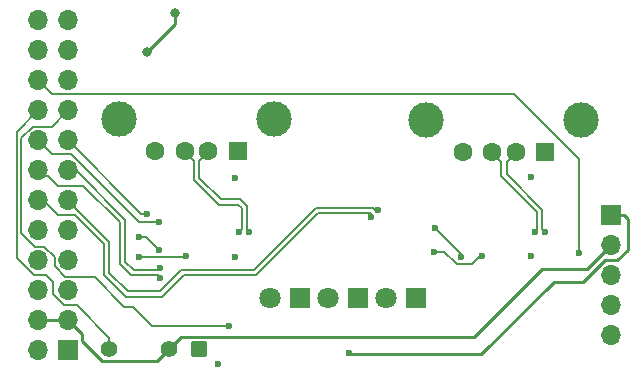
<source format=gbl>
G04 #@! TF.GenerationSoftware,KiCad,Pcbnew,7.0.6+dfsg-1*
G04 #@! TF.CreationDate,2023-08-24T18:37:01+02:00*
G04 #@! TF.ProjectId,USB,5553422e-6b69-4636-9164-5f7063625858,rev?*
G04 #@! TF.SameCoordinates,Original*
G04 #@! TF.FileFunction,Copper,L4,Bot*
G04 #@! TF.FilePolarity,Positive*
%FSLAX46Y46*%
G04 Gerber Fmt 4.6, Leading zero omitted, Abs format (unit mm)*
G04 Created by KiCad (PCBNEW 7.0.6+dfsg-1) date 2023-08-24 18:37:01*
%MOMM*%
%LPD*%
G01*
G04 APERTURE LIST*
G04 Aperture macros list*
%AMRoundRect*
0 Rectangle with rounded corners*
0 $1 Rounding radius*
0 $2 $3 $4 $5 $6 $7 $8 $9 X,Y pos of 4 corners*
0 Add a 4 corners polygon primitive as box body*
4,1,4,$2,$3,$4,$5,$6,$7,$8,$9,$2,$3,0*
0 Add four circle primitives for the rounded corners*
1,1,$1+$1,$2,$3*
1,1,$1+$1,$4,$5*
1,1,$1+$1,$6,$7*
1,1,$1+$1,$8,$9*
0 Add four rect primitives between the rounded corners*
20,1,$1+$1,$2,$3,$4,$5,0*
20,1,$1+$1,$4,$5,$6,$7,0*
20,1,$1+$1,$6,$7,$8,$9,0*
20,1,$1+$1,$8,$9,$2,$3,0*%
G04 Aperture macros list end*
G04 #@! TA.AperFunction,ComponentPad*
%ADD10R,1.700000X1.700000*%
G04 #@! TD*
G04 #@! TA.AperFunction,ComponentPad*
%ADD11O,1.700000X1.700000*%
G04 #@! TD*
G04 #@! TA.AperFunction,ComponentPad*
%ADD12R,1.600000X1.600000*%
G04 #@! TD*
G04 #@! TA.AperFunction,ComponentPad*
%ADD13C,1.600000*%
G04 #@! TD*
G04 #@! TA.AperFunction,ComponentPad*
%ADD14C,3.000000*%
G04 #@! TD*
G04 #@! TA.AperFunction,ComponentPad*
%ADD15R,1.800000X1.800000*%
G04 #@! TD*
G04 #@! TA.AperFunction,ComponentPad*
%ADD16C,1.800000*%
G04 #@! TD*
G04 #@! TA.AperFunction,ComponentPad*
%ADD17RoundRect,0.249200X0.450800X0.450800X-0.450800X0.450800X-0.450800X-0.450800X0.450800X-0.450800X0*%
G04 #@! TD*
G04 #@! TA.AperFunction,ComponentPad*
%ADD18C,1.400000*%
G04 #@! TD*
G04 #@! TA.AperFunction,ViaPad*
%ADD19C,0.600000*%
G04 #@! TD*
G04 #@! TA.AperFunction,ViaPad*
%ADD20C,0.800000*%
G04 #@! TD*
G04 #@! TA.AperFunction,Conductor*
%ADD21C,0.200000*%
G04 #@! TD*
G04 #@! TA.AperFunction,Conductor*
%ADD22C,0.500000*%
G04 #@! TD*
G04 #@! TA.AperFunction,Conductor*
%ADD23C,0.250000*%
G04 #@! TD*
G04 APERTURE END LIST*
D10*
X126238000Y-107950000D03*
D11*
X123698000Y-107950000D03*
X126238000Y-105410000D03*
X123698000Y-105410000D03*
X126238000Y-102870000D03*
X123698000Y-102870000D03*
X126238000Y-100330000D03*
X123698000Y-100330000D03*
X126238000Y-97790000D03*
X123698000Y-97790000D03*
X126238000Y-95250000D03*
X123698000Y-95250000D03*
X126238000Y-92710000D03*
X123698000Y-92710000D03*
X126238000Y-90170000D03*
X123698000Y-90170000D03*
X126238000Y-87630000D03*
X123698000Y-87630000D03*
X126238000Y-85090000D03*
X123698000Y-85090000D03*
X126238000Y-82550000D03*
X123698000Y-82550000D03*
X126238000Y-80010000D03*
X123698000Y-80010000D03*
D12*
X140600000Y-91100000D03*
D13*
X138100000Y-91100000D03*
X136100000Y-91100000D03*
X133600000Y-91100000D03*
D14*
X143670000Y-88390000D03*
X130530000Y-88390000D03*
D12*
X166624000Y-91186000D03*
D13*
X164124000Y-91186000D03*
X162124000Y-91186000D03*
X159624000Y-91186000D03*
D14*
X169694000Y-88476000D03*
X156554000Y-88476000D03*
D15*
X150800000Y-103500000D03*
D16*
X148260000Y-103500000D03*
D10*
X172212000Y-96520000D03*
D11*
X172212000Y-99060000D03*
X172212000Y-101600000D03*
X172212000Y-104140000D03*
X172212000Y-106680000D03*
D17*
X137314000Y-107848000D03*
D18*
X134774000Y-107848000D03*
X129694000Y-107848000D03*
D15*
X155700000Y-103500000D03*
D16*
X153160000Y-103500000D03*
D15*
X145900000Y-103500000D03*
D16*
X143360000Y-103500000D03*
D19*
X133938500Y-99438500D03*
X132204000Y-98308000D03*
X136224000Y-99978000D03*
X132204000Y-100008000D03*
X133894000Y-97078000D03*
X165434000Y-99988000D03*
X138924000Y-109138000D03*
X140384000Y-93358000D03*
X165464000Y-93228000D03*
X140334000Y-100018000D03*
X159534000Y-100048000D03*
X157304000Y-97588000D03*
X150014000Y-108138000D03*
X132884000Y-96368000D03*
X161294000Y-99948000D03*
X157194000Y-99588000D03*
X151873479Y-96628521D03*
X152474521Y-96027479D03*
X134014000Y-101803000D03*
X134014000Y-100953000D03*
X169484000Y-99718000D03*
D20*
X132921536Y-82674990D03*
X135300000Y-79400000D03*
D19*
X139824000Y-105848000D03*
X141569000Y-97888000D03*
X140719000Y-97888000D03*
X166579000Y-97898000D03*
X165729000Y-97898000D03*
D21*
X132204000Y-98308000D02*
X132808000Y-98308000D01*
X132808000Y-98308000D02*
X133938500Y-99438500D01*
X136164000Y-100038000D02*
X136224000Y-99978000D01*
X132234000Y-100038000D02*
X136164000Y-100038000D01*
X132204000Y-100008000D02*
X132234000Y-100038000D01*
X132232346Y-97078000D02*
X126474346Y-91320000D01*
X133894000Y-97078000D02*
X132232346Y-97078000D01*
X126474346Y-91320000D02*
X124848000Y-91320000D01*
X124848000Y-91320000D02*
X123698000Y-90170000D01*
D22*
X156300000Y-87841000D02*
X156660000Y-87841000D01*
D21*
X157304000Y-97588000D02*
X159534000Y-99818000D01*
X159534000Y-99818000D02*
X159534000Y-100048000D01*
D23*
X169824000Y-102158000D02*
X167344000Y-102158000D01*
X171037000Y-100935000D02*
X171037000Y-100945000D01*
X171654000Y-100318000D02*
X171037000Y-100935000D01*
X167344000Y-102158000D02*
X161224000Y-108278000D01*
X150154000Y-108278000D02*
X150014000Y-108138000D01*
X173600000Y-99445850D02*
X172727850Y-100318000D01*
X172212000Y-96520000D02*
X173312000Y-96520000D01*
X173600000Y-96808000D02*
X173600000Y-99445850D01*
X161224000Y-108278000D02*
X150154000Y-108278000D01*
X171037000Y-100945000D02*
X169824000Y-102158000D01*
X173312000Y-96520000D02*
X173600000Y-96808000D01*
X172727850Y-100318000D02*
X171654000Y-100318000D01*
D21*
X132436000Y-96368000D02*
X126238000Y-90170000D01*
X132884000Y-96368000D02*
X132436000Y-96368000D01*
X158084000Y-99588000D02*
X159084000Y-100588000D01*
X157194000Y-99588000D02*
X158084000Y-99588000D01*
X160524000Y-100518000D02*
X161094000Y-99948000D01*
X161094000Y-99948000D02*
X161294000Y-99948000D01*
X159144000Y-100648000D02*
X160394000Y-100648000D01*
X159084000Y-100588000D02*
X159144000Y-100648000D01*
X160394000Y-100648000D02*
X160524000Y-100518000D01*
X151840801Y-96313000D02*
X151873479Y-96345678D01*
X126784000Y-96518000D02*
X129239000Y-98973000D01*
X131090502Y-103402702D02*
X134177498Y-103402702D01*
X123698000Y-95250000D02*
X124136000Y-95250000D01*
X142147200Y-101573000D02*
X147407200Y-96313000D01*
X129239000Y-101551200D02*
X131090502Y-103402702D01*
X147407200Y-96313000D02*
X151840801Y-96313000D01*
X124136000Y-95250000D02*
X125404000Y-96518000D01*
X136007200Y-101573000D02*
X142147200Y-101573000D01*
X129239000Y-98973000D02*
X129239000Y-101551200D01*
X134177498Y-103402702D02*
X136007200Y-101573000D01*
X125404000Y-96518000D02*
X126784000Y-96518000D01*
X151873479Y-96345678D02*
X151873479Y-96628521D01*
X141960800Y-101123000D02*
X147220800Y-95863000D01*
X126238000Y-95250000D02*
X126238000Y-95323800D01*
X152027199Y-95863000D02*
X152191678Y-96027479D01*
X152191678Y-96027479D02*
X152474521Y-96027479D01*
X129689000Y-98774800D02*
X129689000Y-101364800D01*
X133991098Y-102952702D02*
X135820800Y-101123000D01*
X129689000Y-101364800D02*
X131276902Y-102952702D01*
X126238000Y-95323800D02*
X129689000Y-98774800D01*
X135820800Y-101123000D02*
X141960800Y-101123000D01*
X131276902Y-102952702D02*
X133991098Y-102952702D01*
X147220800Y-95863000D02*
X152027199Y-95863000D01*
X124148000Y-93160000D02*
X124536000Y-93160000D01*
X131590801Y-101603001D02*
X133814001Y-101603001D01*
X127525800Y-93988000D02*
X130609000Y-97071200D01*
X125364000Y-93988000D02*
X127525800Y-93988000D01*
X130609000Y-97071200D02*
X130609000Y-100621200D01*
X123698000Y-92710000D02*
X124148000Y-93160000D01*
X133814001Y-101603001D02*
X134014000Y-101803000D01*
X124536000Y-93160000D02*
X125364000Y-93988000D01*
X130609000Y-100621200D02*
X131590801Y-101603001D01*
X131059000Y-100434800D02*
X131777199Y-101152999D01*
X131777199Y-101152999D02*
X133814001Y-101152999D01*
X131059000Y-96884800D02*
X131059000Y-100434800D01*
X126238000Y-92710000D02*
X126884200Y-92710000D01*
X126884200Y-92710000D02*
X131059000Y-96884800D01*
X133814001Y-101152999D02*
X134014000Y-100953000D01*
X163974000Y-86228000D02*
X169484000Y-91738000D01*
X137928000Y-86228000D02*
X163974000Y-86228000D01*
X124848000Y-86240000D02*
X130442000Y-86240000D01*
X130454000Y-86228000D02*
X137928000Y-86228000D01*
X123698000Y-85090000D02*
X124848000Y-86240000D01*
X169484000Y-91738000D02*
X169484000Y-99718000D01*
X130442000Y-86240000D02*
X130454000Y-86228000D01*
D23*
X135300000Y-79400000D02*
X135300000Y-80296526D01*
X133321535Y-82274991D02*
X132921536Y-82674990D01*
X135300000Y-80296526D02*
X133321535Y-82274991D01*
D21*
X121864000Y-100122346D02*
X123319654Y-101578000D01*
X126953949Y-104118000D02*
X129694000Y-106858051D01*
X121864000Y-89464000D02*
X121864000Y-100122346D01*
X129694000Y-106858051D02*
X129694000Y-107848000D01*
X124944000Y-103202346D02*
X125859654Y-104118000D01*
X123319654Y-101578000D02*
X124364000Y-101578000D01*
X123698000Y-87630000D02*
X121864000Y-89464000D01*
X124364000Y-101578000D02*
X124944000Y-102158000D01*
X124944000Y-102158000D02*
X124944000Y-103202346D01*
X125859654Y-104118000D02*
X126953949Y-104118000D01*
X123221654Y-89020000D02*
X122264000Y-89977654D01*
X126238000Y-87630000D02*
X124848000Y-89020000D01*
X122264000Y-89977654D02*
X122264000Y-97982346D01*
X131004000Y-104238000D02*
X131724000Y-104238000D01*
X124848000Y-89020000D02*
X123221654Y-89020000D01*
X125088000Y-100068000D02*
X125088000Y-100806346D01*
X122264000Y-97982346D02*
X123461654Y-99180000D01*
X131724000Y-104238000D02*
X133334000Y-105848000D01*
X128484000Y-101718000D02*
X131004000Y-104238000D01*
X125088000Y-100806346D02*
X125999654Y-101718000D01*
X133334000Y-105848000D02*
X139824000Y-105848000D01*
X123461654Y-99180000D02*
X124200000Y-99180000D01*
X125999654Y-101718000D02*
X128484000Y-101718000D01*
X124200000Y-99180000D02*
X125088000Y-100068000D01*
D23*
X170199000Y-101073000D02*
X166339000Y-101073000D01*
X126238000Y-105410000D02*
X123698000Y-105410000D01*
X133749000Y-108873000D02*
X129139000Y-108873000D01*
X172212000Y-99060000D02*
X170199000Y-101073000D01*
X134774000Y-107848000D02*
X133749000Y-108873000D01*
X129139000Y-108873000D02*
X127413000Y-107147000D01*
X127413000Y-107147000D02*
X127413000Y-106585000D01*
X166339000Y-101073000D02*
X160589000Y-106823000D01*
X135799000Y-106823000D02*
X134774000Y-107848000D01*
X127413000Y-106585000D02*
X126238000Y-105410000D01*
X160589000Y-106823000D02*
X135799000Y-106823000D01*
D21*
X137325001Y-93320801D02*
X139157200Y-95153000D01*
X141369001Y-97688001D02*
X141569000Y-97888000D01*
X139157200Y-95153000D02*
X140817200Y-95153000D01*
X140817200Y-95153000D02*
X141369001Y-95704801D01*
X137325001Y-91874999D02*
X137325001Y-93320801D01*
X141369001Y-95704801D02*
X141369001Y-97688001D01*
X138100000Y-91100000D02*
X137325001Y-91874999D01*
X140918999Y-97688001D02*
X140719000Y-97888000D01*
X136874999Y-91874999D02*
X136874999Y-93507199D01*
X136100000Y-91100000D02*
X136874999Y-91874999D01*
X138970800Y-95603000D02*
X140630800Y-95603000D01*
X140630800Y-95603000D02*
X140918999Y-95891199D01*
X136874999Y-93507199D02*
X138970800Y-95603000D01*
X140918999Y-95891199D02*
X140918999Y-97688001D01*
X166379001Y-96054801D02*
X166379001Y-97698001D01*
X166379001Y-97698001D02*
X166579000Y-97898000D01*
X164124000Y-91186000D02*
X163349001Y-91960999D01*
X163349001Y-93024801D02*
X166379001Y-96054801D01*
X163349001Y-91960999D02*
X163349001Y-93024801D01*
X165928999Y-97698001D02*
X165729000Y-97898000D01*
X162898999Y-93211199D02*
X165928999Y-96241199D01*
X162124000Y-91186000D02*
X162898999Y-91960999D01*
X165928999Y-96241199D02*
X165928999Y-97698001D01*
X162898999Y-91960999D02*
X162898999Y-93211199D01*
M02*

</source>
